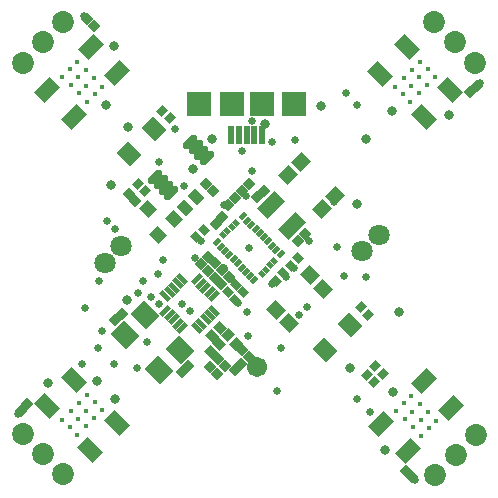
<source format=gts>
G04 Layer_Color=8388736*
%FSAX24Y24*%
%MOIN*%
G70*
G01*
G75*
G04:AMPARAMS|DCode=62|XSize=29.7mil|YSize=25.7mil|CornerRadius=0mil|HoleSize=0mil|Usage=FLASHONLY|Rotation=45.000|XOffset=0mil|YOffset=0mil|HoleType=Round|Shape=Rectangle|*
%AMROTATEDRECTD62*
4,1,4,-0.0014,-0.0196,-0.0196,-0.0014,0.0014,0.0196,0.0196,0.0014,-0.0014,-0.0196,0.0*
%
%ADD62ROTATEDRECTD62*%

%ADD63P,0.0403X4X270.0*%
%ADD64P,0.0403X4X360.0*%
G04:AMPARAMS|DCode=65|XSize=71mil|YSize=63mil|CornerRadius=0mil|HoleSize=0mil|Usage=FLASHONLY|Rotation=135.000|XOffset=0mil|YOffset=0mil|HoleType=Round|Shape=Rectangle|*
%AMROTATEDRECTD65*
4,1,4,0.0474,-0.0028,0.0028,-0.0474,-0.0474,0.0028,-0.0028,0.0474,0.0474,-0.0028,0.0*
%
%ADD65ROTATEDRECTD65*%

G04:AMPARAMS|DCode=66|XSize=33.6mil|YSize=29.7mil|CornerRadius=0mil|HoleSize=0mil|Usage=FLASHONLY|Rotation=45.000|XOffset=0mil|YOffset=0mil|HoleType=Round|Shape=Rectangle|*
%AMROTATEDRECTD66*
4,1,4,-0.0014,-0.0224,-0.0224,-0.0014,0.0014,0.0224,0.0224,0.0014,-0.0014,-0.0224,0.0*
%
%ADD66ROTATEDRECTD66*%

G04:AMPARAMS|DCode=67|XSize=33.6mil|YSize=29.7mil|CornerRadius=0mil|HoleSize=0mil|Usage=FLASHONLY|Rotation=315.000|XOffset=0mil|YOffset=0mil|HoleType=Round|Shape=Rectangle|*
%AMROTATEDRECTD67*
4,1,4,-0.0224,0.0014,-0.0014,0.0224,0.0224,-0.0014,0.0014,-0.0224,-0.0224,0.0014,0.0*
%
%ADD67ROTATEDRECTD67*%

G04:AMPARAMS|DCode=68|XSize=40mil|YSize=44mil|CornerRadius=0mil|HoleSize=0mil|Usage=FLASHONLY|Rotation=45.000|XOffset=0mil|YOffset=0mil|HoleType=Round|Shape=Rectangle|*
%AMROTATEDRECTD68*
4,1,4,0.0014,-0.0297,-0.0297,0.0014,-0.0014,0.0297,0.0297,-0.0014,0.0014,-0.0297,0.0*
%
%ADD68ROTATEDRECTD68*%

G04:AMPARAMS|DCode=69|XSize=25.7mil|YSize=59.2mil|CornerRadius=0mil|HoleSize=0mil|Usage=FLASHONLY|Rotation=315.000|XOffset=0mil|YOffset=0mil|HoleType=Round|Shape=Round|*
%AMOVALD69*
21,1,0.0335,0.0257,0.0000,0.0000,45.0*
1,1,0.0257,-0.0118,-0.0118*
1,1,0.0257,0.0118,0.0118*
%
%ADD69OVALD69*%

G04:AMPARAMS|DCode=70|XSize=43.4mil|YSize=35.6mil|CornerRadius=0mil|HoleSize=0mil|Usage=FLASHONLY|Rotation=135.000|XOffset=0mil|YOffset=0mil|HoleType=Round|Shape=Rectangle|*
%AMROTATEDRECTD70*
4,1,4,0.0279,-0.0028,0.0028,-0.0279,-0.0279,0.0028,-0.0028,0.0279,0.0279,-0.0028,0.0*
%
%ADD70ROTATEDRECTD70*%

G04:AMPARAMS|DCode=71|XSize=29.7mil|YSize=25.7mil|CornerRadius=0mil|HoleSize=0mil|Usage=FLASHONLY|Rotation=315.000|XOffset=0mil|YOffset=0mil|HoleType=Round|Shape=Rectangle|*
%AMROTATEDRECTD71*
4,1,4,-0.0196,0.0014,-0.0014,0.0196,0.0196,-0.0014,0.0014,-0.0196,-0.0196,0.0014,0.0*
%
%ADD71ROTATEDRECTD71*%

G04:AMPARAMS|DCode=72|XSize=51.3mil|YSize=82.8mil|CornerRadius=0mil|HoleSize=0mil|Usage=FLASHONLY|Rotation=315.000|XOffset=0mil|YOffset=0mil|HoleType=Round|Shape=Rectangle|*
%AMROTATEDRECTD72*
4,1,4,-0.0474,-0.0111,0.0111,0.0474,0.0474,0.0111,-0.0111,-0.0474,-0.0474,-0.0111,0.0*
%
%ADD72ROTATEDRECTD72*%

G04:AMPARAMS|DCode=73|XSize=43.4mil|YSize=47.4mil|CornerRadius=0mil|HoleSize=0mil|Usage=FLASHONLY|Rotation=225.000|XOffset=0mil|YOffset=0mil|HoleType=Round|Shape=Rectangle|*
%AMROTATEDRECTD73*
4,1,4,-0.0014,0.0321,0.0321,-0.0014,0.0014,-0.0321,-0.0321,0.0014,-0.0014,0.0321,0.0*
%
%ADD73ROTATEDRECTD73*%

G04:AMPARAMS|DCode=74|XSize=43.4mil|YSize=47.4mil|CornerRadius=0mil|HoleSize=0mil|Usage=FLASHONLY|Rotation=315.000|XOffset=0mil|YOffset=0mil|HoleType=Round|Shape=Rectangle|*
%AMROTATEDRECTD74*
4,1,4,-0.0321,-0.0014,0.0014,0.0321,0.0321,0.0014,-0.0014,-0.0321,-0.0321,-0.0014,0.0*
%
%ADD74ROTATEDRECTD74*%

G04:AMPARAMS|DCode=75|XSize=56mil|YSize=64mil|CornerRadius=0mil|HoleSize=0mil|Usage=FLASHONLY|Rotation=225.000|XOffset=0mil|YOffset=0mil|HoleType=Round|Shape=Rectangle|*
%AMROTATEDRECTD75*
4,1,4,-0.0028,0.0424,0.0424,-0.0028,0.0028,-0.0424,-0.0424,0.0028,-0.0028,0.0424,0.0*
%
%ADD75ROTATEDRECTD75*%

G04:AMPARAMS|DCode=76|XSize=17.8mil|YSize=26.7mil|CornerRadius=0mil|HoleSize=0mil|Usage=FLASHONLY|Rotation=135.000|XOffset=0mil|YOffset=0mil|HoleType=Round|Shape=Rectangle|*
%AMROTATEDRECTD76*
4,1,4,0.0157,0.0031,-0.0031,-0.0157,-0.0157,-0.0031,0.0031,0.0157,0.0157,0.0031,0.0*
%
%ADD76ROTATEDRECTD76*%

G04:AMPARAMS|DCode=77|XSize=17.8mil|YSize=22.7mil|CornerRadius=0mil|HoleSize=0mil|Usage=FLASHONLY|Rotation=225.000|XOffset=0mil|YOffset=0mil|HoleType=Round|Shape=Rectangle|*
%AMROTATEDRECTD77*
4,1,4,-0.0017,0.0143,0.0143,-0.0017,0.0017,-0.0143,-0.0143,0.0017,-0.0017,0.0143,0.0*
%
%ADD77ROTATEDRECTD77*%

G04:AMPARAMS|DCode=78|XSize=17.8mil|YSize=41.1mil|CornerRadius=0mil|HoleSize=0mil|Usage=FLASHONLY|Rotation=45.000|XOffset=0mil|YOffset=0mil|HoleType=Round|Shape=Rectangle|*
%AMROTATEDRECTD78*
4,1,4,0.0082,-0.0208,-0.0208,0.0082,-0.0082,0.0208,0.0208,-0.0082,0.0082,-0.0208,0.0*
%
%ADD78ROTATEDRECTD78*%

G04:AMPARAMS|DCode=79|XSize=17.8mil|YSize=41.1mil|CornerRadius=0mil|HoleSize=0mil|Usage=FLASHONLY|Rotation=315.000|XOffset=0mil|YOffset=0mil|HoleType=Round|Shape=Rectangle|*
%AMROTATEDRECTD79*
4,1,4,-0.0208,-0.0082,0.0082,0.0208,0.0208,0.0082,-0.0082,-0.0208,-0.0208,-0.0082,0.0*
%
%ADD79ROTATEDRECTD79*%

%ADD80R,0.0830X0.0830*%
%ADD81R,0.0790X0.0830*%
%ADD82R,0.0220X0.0640*%
G04:AMPARAMS|DCode=83|XSize=73mil|YSize=48mil|CornerRadius=0mil|HoleSize=0mil|Usage=FLASHONLY|Rotation=135.000|XOffset=0mil|YOffset=0mil|HoleType=Round|Shape=Rectangle|*
%AMROTATEDRECTD83*
4,1,4,0.0428,-0.0088,0.0088,-0.0428,-0.0428,0.0088,-0.0088,0.0428,0.0428,-0.0088,0.0*
%
%ADD83ROTATEDRECTD83*%

G04:AMPARAMS|DCode=84|XSize=73mil|YSize=48mil|CornerRadius=0mil|HoleSize=0mil|Usage=FLASHONLY|Rotation=225.000|XOffset=0mil|YOffset=0mil|HoleType=Round|Shape=Rectangle|*
%AMROTATEDRECTD84*
4,1,4,0.0088,0.0428,0.0428,0.0088,-0.0088,-0.0428,-0.0428,-0.0088,0.0088,0.0428,0.0*
%
%ADD84ROTATEDRECTD84*%

%ADD85C,0.0710*%
%ADD86C,0.0671*%
%ADD87C,0.0730*%
%ADD88C,0.0320*%
%ADD89C,0.0260*%
%ADD90C,0.0159*%
D62*
X054473Y025059D02*
D03*
X054724Y024809D02*
D03*
X054441Y024526D02*
D03*
X054191Y024777D02*
D03*
X046554Y031141D02*
D03*
X046804Y030890D02*
D03*
X047618Y033330D02*
D03*
X047367Y033580D02*
D03*
X053978Y027039D02*
D03*
X054229Y026789D02*
D03*
D63*
X048830Y031127D02*
D03*
X049053Y030904D02*
D03*
X049219Y025293D02*
D03*
X049442Y025070D02*
D03*
X048972Y025045D02*
D03*
X049195Y024823D02*
D03*
X050255Y025388D02*
D03*
X050033Y025611D02*
D03*
X046472Y030586D02*
D03*
X046250Y030808D02*
D03*
X049124Y028500D02*
D03*
X048901Y028722D02*
D03*
X048876Y028252D02*
D03*
X048654Y028475D02*
D03*
X049361Y028263D02*
D03*
X049584Y028040D02*
D03*
X049113Y028015D02*
D03*
X049336Y027793D02*
D03*
X055477Y021581D02*
D03*
X055700Y021358D02*
D03*
X045093Y036419D02*
D03*
X044871Y036642D02*
D03*
D64*
X045790Y026591D02*
D03*
X046013Y026813D02*
D03*
X050008Y025152D02*
D03*
X049785Y024929D02*
D03*
X048240Y025081D02*
D03*
X048017Y024858D02*
D03*
X050033Y030904D02*
D03*
X050255Y031127D02*
D03*
X049796Y030667D02*
D03*
X049573Y030444D02*
D03*
X049371Y030031D02*
D03*
X049149Y029808D02*
D03*
X051906Y029242D02*
D03*
X052129Y029465D02*
D03*
X050528Y030692D02*
D03*
X050750Y030914D02*
D03*
X042866Y023808D02*
D03*
X042643Y023585D02*
D03*
X057634Y034192D02*
D03*
X057857Y034415D02*
D03*
D65*
X046792Y026766D02*
D03*
X047945Y025613D02*
D03*
X047273Y024941D02*
D03*
X046121Y026094D02*
D03*
D66*
X049545Y026099D02*
D03*
X049824Y025820D02*
D03*
D67*
X049293Y026346D02*
D03*
X049015Y026068D02*
D03*
X049258Y025816D02*
D03*
X048979Y025537D02*
D03*
D68*
X047223Y029447D02*
D03*
X047757Y029980D02*
D03*
X046898Y030301D02*
D03*
D69*
X048843Y032000D02*
D03*
X048662Y032181D02*
D03*
X048481Y032362D02*
D03*
X048300Y032543D02*
D03*
X047674Y030831D02*
D03*
X047493Y031012D02*
D03*
X047312Y031193D02*
D03*
X047131Y031374D02*
D03*
D70*
X048500Y030715D02*
D03*
X048111Y030325D02*
D03*
D71*
X048498Y029370D02*
D03*
X048749Y029620D02*
D03*
X051401Y028171D02*
D03*
X051150Y027920D02*
D03*
X051645Y028415D02*
D03*
X051896Y028666D02*
D03*
X049807Y027284D02*
D03*
X050057Y027534D02*
D03*
X049559Y027531D02*
D03*
X049810Y027782D02*
D03*
D72*
X050998Y030444D02*
D03*
X051694Y029748D02*
D03*
D73*
X052740Y027651D02*
D03*
X052295Y028096D02*
D03*
X051599Y026510D02*
D03*
X051154Y026955D02*
D03*
D74*
X051988Y031879D02*
D03*
X051543Y031434D02*
D03*
X053129Y030738D02*
D03*
X052684Y030293D02*
D03*
D75*
X047097Y032988D02*
D03*
X046255Y032147D02*
D03*
X052796Y025606D02*
D03*
X053637Y026448D02*
D03*
D76*
X050198Y029922D02*
D03*
X050337Y029783D02*
D03*
X050476Y029644D02*
D03*
X050615Y029505D02*
D03*
X050755Y029365D02*
D03*
X050894Y029226D02*
D03*
X051033Y029087D02*
D03*
X051172Y028948D02*
D03*
X051311Y028809D02*
D03*
X050441Y027939D02*
D03*
X050302Y028078D02*
D03*
X050163Y028217D02*
D03*
X050024Y028356D02*
D03*
X049885Y028495D02*
D03*
X049745Y028635D02*
D03*
X049606Y028774D02*
D03*
X049467Y028913D02*
D03*
X049328Y029052D02*
D03*
X049189Y029191D02*
D03*
X050059Y030061D02*
D03*
D77*
X051103Y028565D02*
D03*
X050963Y028426D02*
D03*
X050824Y028287D02*
D03*
X050685Y028147D02*
D03*
X049397Y029435D02*
D03*
X049537Y029574D02*
D03*
X049676Y029713D02*
D03*
X049815Y029853D02*
D03*
D78*
X048031Y027967D02*
D03*
X047892Y027827D02*
D03*
X047752Y027688D02*
D03*
X047613Y027549D02*
D03*
X047474Y027410D02*
D03*
X048534Y026350D02*
D03*
X048673Y026489D02*
D03*
X048812Y026628D02*
D03*
X048951Y026768D02*
D03*
X049090Y026907D02*
D03*
D79*
X047474D02*
D03*
X047613Y026768D02*
D03*
X047752Y026628D02*
D03*
X047892Y026489D02*
D03*
X048031Y026350D02*
D03*
X049083Y027403D02*
D03*
X048944Y027542D02*
D03*
X048805Y027681D02*
D03*
X048666Y027820D02*
D03*
X048527Y027959D02*
D03*
D80*
X049679Y033808D02*
D03*
X050679D02*
D03*
D81*
X048599D02*
D03*
X051754D02*
D03*
D82*
X049919Y032758D02*
D03*
X050179D02*
D03*
X050435D02*
D03*
X049659D02*
D03*
X050691D02*
D03*
D83*
X044971Y022286D02*
D03*
X043532Y023725D02*
D03*
X044423Y024616D02*
D03*
X045862Y023177D02*
D03*
X055529Y035714D02*
D03*
X056968Y034275D02*
D03*
X056077Y033384D02*
D03*
X054638Y034823D02*
D03*
D84*
X056108Y024577D02*
D03*
X054669Y023138D02*
D03*
X055560Y022247D02*
D03*
X056999Y023686D02*
D03*
X044427Y033388D02*
D03*
X045866Y034827D02*
D03*
X044975Y035718D02*
D03*
X043536Y034279D02*
D03*
D85*
X054590Y029451D02*
D03*
X054033Y028894D02*
D03*
X046003Y029066D02*
D03*
X045446Y028509D02*
D03*
D86*
X050533Y025040D02*
D03*
D87*
X056473Y021434D02*
D03*
X057144Y022106D02*
D03*
X057816Y022777D02*
D03*
X044063Y036531D02*
D03*
X043391Y035859D02*
D03*
X042719Y035187D02*
D03*
X056437Y036531D02*
D03*
X057109Y035859D02*
D03*
X057781Y035187D02*
D03*
X044063Y021469D02*
D03*
X043391Y022141D02*
D03*
X042719Y022813D02*
D03*
D88*
X050780Y033137D02*
D03*
X053856Y030485D02*
D03*
X046184Y027268D02*
D03*
X045654Y031121D02*
D03*
X048378Y031649D02*
D03*
X049013Y032642D02*
D03*
X055058Y024192D02*
D03*
X055023Y033561D02*
D03*
X045477Y033773D02*
D03*
X054174Y032642D02*
D03*
X052654Y033738D02*
D03*
X045795Y023980D02*
D03*
X045194Y024581D02*
D03*
X054775Y022282D02*
D03*
X056922Y033455D02*
D03*
X045760Y035753D02*
D03*
X043568Y024510D02*
D03*
X053609Y025005D02*
D03*
X046219Y033031D02*
D03*
X055270Y026879D02*
D03*
D89*
X050359Y033224D02*
D03*
X051036Y032544D02*
D03*
X055801Y021257D02*
D03*
X053432Y028081D02*
D03*
X052195Y027055D02*
D03*
X051912Y026773D02*
D03*
X051806Y032606D02*
D03*
X047245Y031864D02*
D03*
X046573Y027515D02*
D03*
X046985Y027374D02*
D03*
X046729Y027896D02*
D03*
X047209Y028151D02*
D03*
X047386Y028611D02*
D03*
X047245Y027126D02*
D03*
X045512Y029919D02*
D03*
X045795Y029636D02*
D03*
X054281Y023555D02*
D03*
X053856Y023980D02*
D03*
X048093Y031086D02*
D03*
X049432Y030444D02*
D03*
X047775Y032960D02*
D03*
X048447Y028682D02*
D03*
X050038Y032253D02*
D03*
X051487Y028045D02*
D03*
X051770Y028328D02*
D03*
X049415Y028350D02*
D03*
X050144Y030732D02*
D03*
X048659Y029247D02*
D03*
X053184Y029035D02*
D03*
X049896Y027162D02*
D03*
X051028Y027798D02*
D03*
X049684Y027939D02*
D03*
X050356Y031581D02*
D03*
X045265Y027904D02*
D03*
X044805Y027020D02*
D03*
X050179Y026879D02*
D03*
X045371Y026242D02*
D03*
X044699Y025146D02*
D03*
X053479Y034170D02*
D03*
X053871Y033780D02*
D03*
X045230Y025677D02*
D03*
X046538Y025005D02*
D03*
X046856Y025889D02*
D03*
X045760Y025146D02*
D03*
X050250Y029000D02*
D03*
X051311Y025677D02*
D03*
X050215Y026066D02*
D03*
X052265Y029247D02*
D03*
X048305Y026914D02*
D03*
X048010Y027126D02*
D03*
X042543Y023485D02*
D03*
X044770Y036743D02*
D03*
X057957Y034515D02*
D03*
X051192Y024240D02*
D03*
X054174Y028045D02*
D03*
X053078Y030556D02*
D03*
D90*
X044309Y023561D02*
D03*
X044588Y023839D02*
D03*
X044866Y024117D02*
D03*
X055968Y035219D02*
D03*
X044031Y023282D02*
D03*
X044282Y023032D02*
D03*
X044532Y022781D02*
D03*
X044560Y023310D02*
D03*
X044811Y023059D02*
D03*
X044838Y023588D02*
D03*
X045117Y023867D02*
D03*
X045367Y023616D02*
D03*
X045089Y023338D02*
D03*
X056003Y022746D02*
D03*
X056254Y022996D02*
D03*
X056504Y023247D02*
D03*
X055725Y023024D02*
D03*
X055975Y023275D02*
D03*
X056226Y023525D02*
D03*
X055446Y023303D02*
D03*
X055697Y023553D02*
D03*
X055168Y023581D02*
D03*
X055419Y023831D02*
D03*
X055669Y024082D02*
D03*
X055947Y023804D02*
D03*
X056469Y034718D02*
D03*
X056218Y034968D02*
D03*
X056191Y034439D02*
D03*
X055940Y034690D02*
D03*
X055689Y034941D02*
D03*
X055912Y034161D02*
D03*
X055662Y034412D02*
D03*
X055634Y033883D02*
D03*
X055383Y034133D02*
D03*
X055133Y034384D02*
D03*
X055411Y034662D02*
D03*
X044532Y035219D02*
D03*
X044282Y034968D02*
D03*
X044031Y034718D02*
D03*
X044811Y034941D02*
D03*
X044560Y034690D02*
D03*
X044309Y034439D02*
D03*
X045089Y034662D02*
D03*
X044838Y034412D02*
D03*
X045367Y034384D02*
D03*
X045117Y034133D02*
D03*
X044866Y033883D02*
D03*
X044588Y034161D02*
D03*
M02*

</source>
